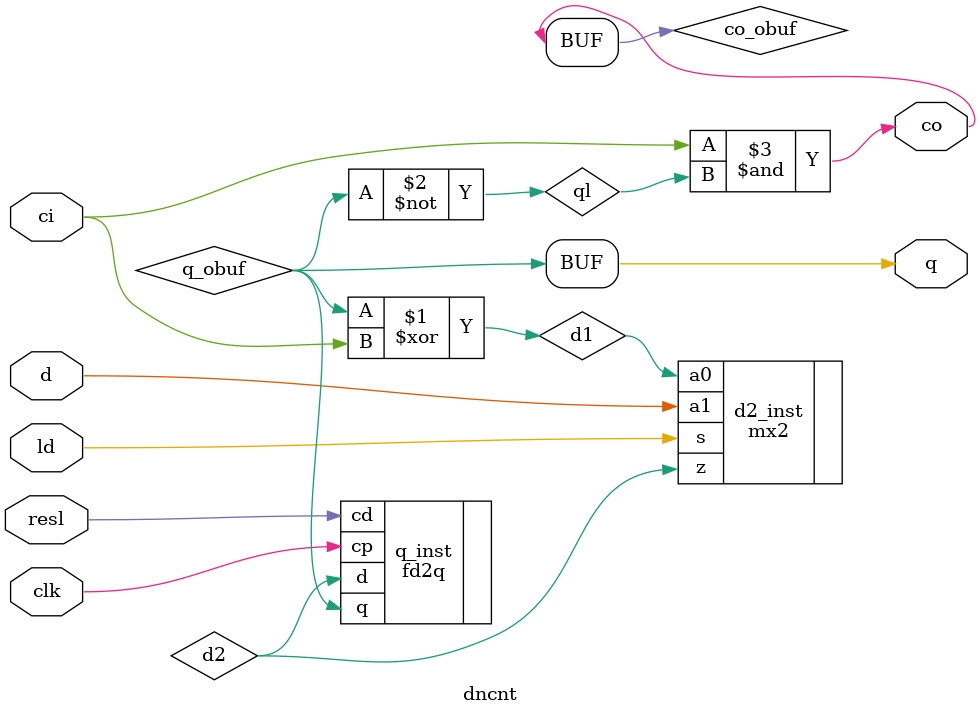
<source format=v>
`include "defs.v"

module dncnt
(
	output q,
	output co,
	input d,
	input clk,
	input ci,
	input ld,
	input resl
);
wire d2;
wire d1;
wire ql;

// Output buffers
wire q_obuf;
wire co_obuf;


// Output buffers
assign q = q_obuf;
assign co = co_obuf;


// LEGO.NET (133) - q : fd2q
fd2q q_inst
(
	.q(q_obuf), // OUT
	.d(d2), // IN
	.cp(clk), // IN
	.cd(resl)  // IN
);

// LEGO.NET (134) - d2 : mx2
mx2 d2_inst
(
	.z(d2), // OUT
	.a0(d1), // IN
	.a1(d), // IN
	.s(ld)  // IN
);

// LEGO.NET (135) - d1 : eo
assign d1 = q_obuf ^ ci;

// LEGO.NET (136) - ql : iv
assign ql = ~q_obuf;

// LEGO.NET (137) - co : an2
assign co_obuf = ci & ql;
endmodule

</source>
